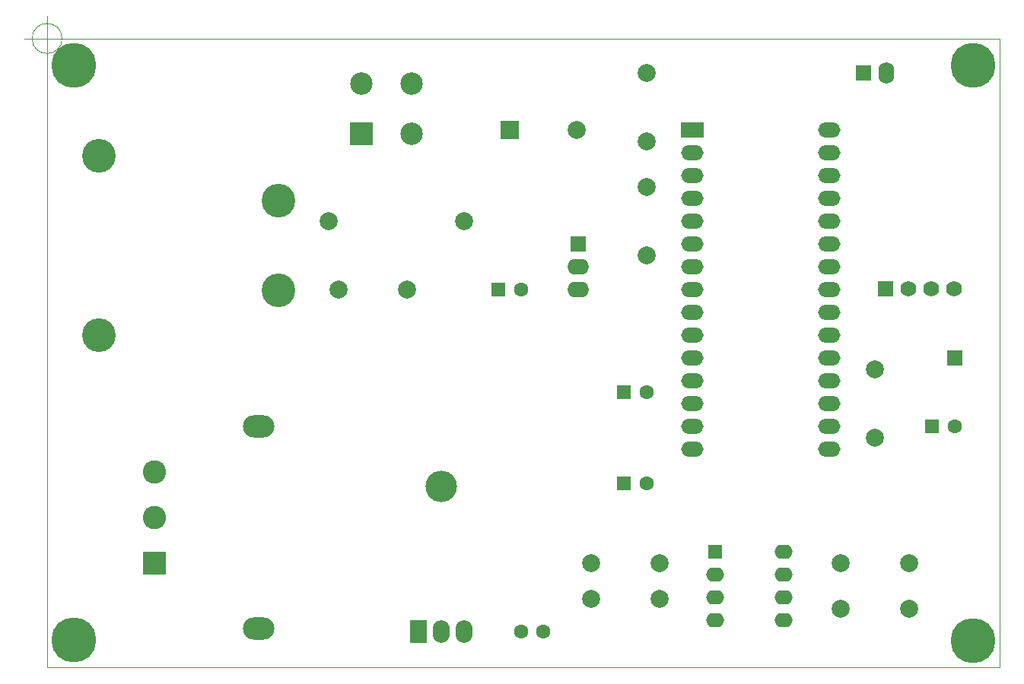
<source format=gbr>
%TF.GenerationSoftware,KiCad,Pcbnew,(5.1.8)-1*%
%TF.CreationDate,2021-03-14T10:01:34+01:00*%
%TF.ProjectId,Telerupteur_Emetteur_RF433_V2,54656c65-7275-4707-9465-75725f456d65,rev?*%
%TF.SameCoordinates,Original*%
%TF.FileFunction,Soldermask,Top*%
%TF.FilePolarity,Negative*%
%FSLAX46Y46*%
G04 Gerber Fmt 4.6, Leading zero omitted, Abs format (unit mm)*
G04 Created by KiCad (PCBNEW (5.1.8)-1) date 2021-03-14 10:01:34*
%MOMM*%
%LPD*%
G01*
G04 APERTURE LIST*
%TA.AperFunction,Profile*%
%ADD10C,0.050000*%
%TD*%
%TA.AperFunction,Profile*%
%ADD11C,0.100000*%
%TD*%
%ADD12C,5.000000*%
%ADD13R,2.000000X2.000000*%
%ADD14C,2.000000*%
%ADD15C,1.600000*%
%ADD16R,1.600000X1.600000*%
%ADD17O,3.500000X2.500000*%
%ADD18R,1.760000X1.760000*%
%ADD19O,1.760000X2.400000*%
%ADD20O,2.400000X1.760000*%
%ADD21C,3.750000*%
%ADD22O,3.500000X3.500000*%
%ADD23R,1.900000X2.500000*%
%ADD24O,1.900000X2.500000*%
%ADD25O,2.000000X1.600000*%
%ADD26R,2.500000X1.700000*%
%ADD27O,2.500000X1.700000*%
%ADD28C,1.760000*%
%ADD29R,2.600000X2.600000*%
%ADD30C,2.600000*%
%ADD31C,2.500000*%
%ADD32R,2.500000X2.500000*%
G04 APERTURE END LIST*
D10*
X50666666Y-49950000D02*
G75*
G03*
X50666666Y-49950000I-1666666J0D01*
G01*
X46500000Y-49950000D02*
X51500000Y-49950000D01*
X49000000Y-47450000D02*
X49000000Y-52450000D01*
D11*
X49000000Y-49950000D02*
X155000000Y-49975000D01*
D10*
X49000000Y-120000000D02*
X155000000Y-120000000D01*
X155000000Y-49975000D02*
X155000000Y-120000000D01*
D11*
X49000000Y-49950000D02*
X49000000Y-120000000D01*
D12*
%TO.C,REF4*%
X152025000Y-117025000D03*
%TD*%
%TO.C,REF2*%
X152025000Y-52975000D03*
%TD*%
%TO.C,REF3*%
X51950000Y-116975000D03*
%TD*%
%TO.C,REF1*%
X52000000Y-52950000D03*
%TD*%
D13*
%TO.C,C1*%
X100450000Y-60160000D03*
D14*
X107950000Y-60160000D03*
%TD*%
%TO.C,C2*%
X95370000Y-70320000D03*
X80370000Y-70320000D03*
%TD*%
D15*
%TO.C,C3*%
X101720000Y-116040000D03*
X104220000Y-116040000D03*
%TD*%
%TO.C,D2*%
X101720000Y-77940000D03*
D16*
X99180000Y-77940000D03*
%TD*%
%TO.C,D3*%
X113150000Y-89370000D03*
D15*
X115690000Y-89370000D03*
%TD*%
%TO.C,D4*%
X115690000Y-99530000D03*
D16*
X113150000Y-99530000D03*
%TD*%
%TO.C,D5*%
X147440000Y-93180000D03*
D15*
X149980000Y-93180000D03*
%TD*%
D17*
%TO.C,F1*%
X72510000Y-93180000D03*
X72510000Y-115680000D03*
%TD*%
D18*
%TO.C,J2*%
X139820000Y-53810000D03*
D19*
X142360000Y-53810000D03*
%TD*%
D18*
%TO.C,J3*%
X149980000Y-85560000D03*
%TD*%
%TO.C,J4*%
X108070000Y-72860000D03*
D20*
X108070000Y-75400000D03*
X108070000Y-77940000D03*
%TD*%
D14*
%TO.C,R1*%
X81400000Y-77940000D03*
X89020000Y-77940000D03*
%TD*%
%TO.C,R2*%
X115690000Y-53810000D03*
X115690000Y-61430000D03*
%TD*%
%TO.C,R3*%
X109560000Y-108375000D03*
X117180000Y-108375000D03*
%TD*%
%TO.C,R4*%
X115690000Y-74130000D03*
X115690000Y-66510000D03*
%TD*%
%TO.C,R5*%
X109560000Y-112425000D03*
X117180000Y-112425000D03*
%TD*%
%TO.C,R6*%
X137280000Y-108420000D03*
X144900000Y-108420000D03*
%TD*%
%TO.C,R7*%
X144900000Y-113500000D03*
X137280000Y-113500000D03*
%TD*%
%TO.C,R8*%
X141090000Y-86830000D03*
X141090000Y-94450000D03*
%TD*%
D21*
%TO.C,TR1*%
X54730000Y-83020000D03*
X54730000Y-63020000D03*
X74730000Y-68020000D03*
X74730000Y-78020000D03*
%TD*%
D22*
%TO.C,U1*%
X92830000Y-99840000D03*
D23*
X90290000Y-116040000D03*
D24*
X92830000Y-116040000D03*
X95370000Y-116040000D03*
%TD*%
D16*
%TO.C,U2*%
X123310000Y-107150000D03*
D25*
X130930000Y-114770000D03*
X123310000Y-109690000D03*
X130930000Y-112230000D03*
X123310000Y-112230000D03*
X130930000Y-109690000D03*
X123310000Y-114770000D03*
X130930000Y-107150000D03*
%TD*%
D26*
%TO.C,U3*%
X120770000Y-60160000D03*
D27*
X136010000Y-93180000D03*
X120770000Y-62700000D03*
X136010000Y-90640000D03*
X120770000Y-65240000D03*
X136010000Y-88100000D03*
X120770000Y-67780000D03*
X136010000Y-85560000D03*
X120770000Y-70320000D03*
X136010000Y-83020000D03*
X120770000Y-72860000D03*
X136010000Y-80480000D03*
X120770000Y-75400000D03*
X136010000Y-77940000D03*
X120770000Y-77940000D03*
X136010000Y-75400000D03*
X120770000Y-80480000D03*
X136010000Y-72860000D03*
X120770000Y-83020000D03*
X136010000Y-70320000D03*
X120770000Y-85560000D03*
X136010000Y-67780000D03*
X120770000Y-88100000D03*
X136010000Y-65240000D03*
X120770000Y-90640000D03*
X136010000Y-62700000D03*
X120770000Y-93180000D03*
X136010000Y-60160000D03*
X120770000Y-95720000D03*
X136010000Y-95720000D03*
%TD*%
D28*
%TO.C,U4*%
X149970000Y-77850000D03*
X147430000Y-77850000D03*
X144890000Y-77850000D03*
D18*
X142350000Y-77850000D03*
%TD*%
D29*
%TO.C,J1*%
X60950000Y-108400000D03*
D30*
X60950000Y-103320000D03*
X60950000Y-98240000D03*
%TD*%
D31*
%TO.C,D1*%
X89550000Y-55000000D03*
D32*
X83950000Y-60600000D03*
D31*
X89550000Y-60600000D03*
X83950000Y-55000000D03*
%TD*%
M02*

</source>
